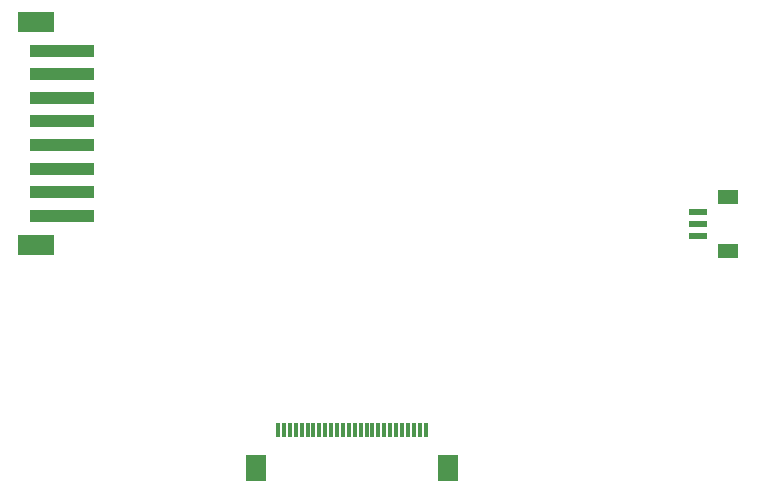
<source format=gtp>
G04*
G04 #@! TF.GenerationSoftware,Altium Limited,Altium Designer,23.3.1 (30)*
G04*
G04 Layer_Color=8421504*
%FSLAX25Y25*%
%MOIN*%
G70*
G04*
G04 #@! TF.SameCoordinates,C9CCD98B-DB78-4EC8-A63A-9DC0D68B0965*
G04*
G04*
G04 #@! TF.FilePolarity,Positive*
G04*
G01*
G75*
%ADD14R,0.01181X0.05118*%
%ADD15R,0.07087X0.08661*%
%ADD16R,0.06102X0.02362*%
%ADD17R,0.07087X0.04724*%
%ADD18R,0.21654X0.03937*%
%ADD19R,0.12205X0.06693*%
D14*
X379394Y180933D02*
D03*
X381362D02*
D03*
X383331D02*
D03*
X385299D02*
D03*
X387268D02*
D03*
X389236D02*
D03*
X391205D02*
D03*
X393173D02*
D03*
X395142D02*
D03*
X397110D02*
D03*
X399079D02*
D03*
X401047D02*
D03*
X403016D02*
D03*
X404984D02*
D03*
X406953D02*
D03*
X408921D02*
D03*
X410890D02*
D03*
X412858D02*
D03*
X414827D02*
D03*
X416795D02*
D03*
X418764D02*
D03*
X420732D02*
D03*
X422701D02*
D03*
X424669D02*
D03*
X426638D02*
D03*
X428606D02*
D03*
D15*
X371913Y168138D02*
D03*
X436087D02*
D03*
D16*
X519500Y245626D02*
D03*
Y249563D02*
D03*
Y253500D02*
D03*
D17*
X529441Y240508D02*
D03*
Y258618D02*
D03*
D18*
X307500Y307370D02*
D03*
Y299496D02*
D03*
Y291622D02*
D03*
Y283748D02*
D03*
Y275874D02*
D03*
Y268000D02*
D03*
Y260126D02*
D03*
Y252252D02*
D03*
D19*
X298839Y242606D02*
D03*
Y317016D02*
D03*
M02*

</source>
